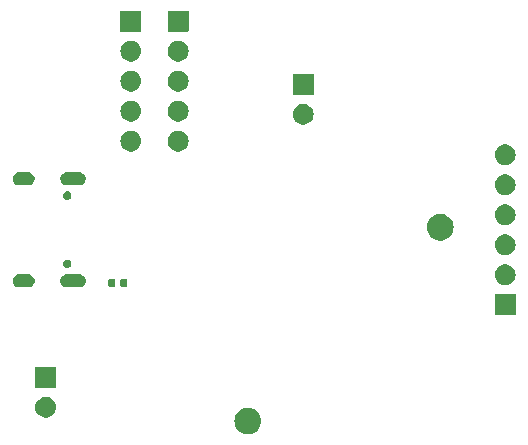
<source format=gbs>
G04 #@! TF.GenerationSoftware,KiCad,Pcbnew,8.0.1*
G04 #@! TF.CreationDate,2024-10-08T21:23:53-04:00*
G04 #@! TF.ProjectId,Digital,44696769-7461-46c2-9e6b-696361645f70,rev?*
G04 #@! TF.SameCoordinates,Original*
G04 #@! TF.FileFunction,Soldermask,Bot*
G04 #@! TF.FilePolarity,Negative*
%FSLAX46Y46*%
G04 Gerber Fmt 4.6, Leading zero omitted, Abs format (unit mm)*
G04 Created by KiCad (PCBNEW 8.0.1) date 2024-10-08 21:23:53*
%MOMM*%
%LPD*%
G01*
G04 APERTURE LIST*
G04 APERTURE END LIST*
G36*
X171211428Y-149105442D02*
G01*
X171407250Y-149181304D01*
X171585798Y-149291856D01*
X171740992Y-149433334D01*
X171867547Y-149600920D01*
X171961153Y-149788907D01*
X172018623Y-149990893D01*
X172038000Y-150200000D01*
X172018623Y-150409107D01*
X171961153Y-150611093D01*
X171867547Y-150799080D01*
X171740992Y-150966666D01*
X171585798Y-151108144D01*
X171407250Y-151218696D01*
X171211428Y-151294558D01*
X171005001Y-151333145D01*
X170794999Y-151333145D01*
X170588572Y-151294558D01*
X170392750Y-151218696D01*
X170214202Y-151108144D01*
X170059008Y-150966666D01*
X169932453Y-150799080D01*
X169838847Y-150611093D01*
X169781377Y-150409107D01*
X169762000Y-150200000D01*
X169781377Y-149990893D01*
X169838847Y-149788907D01*
X169932453Y-149600920D01*
X170059008Y-149433334D01*
X170214202Y-149291856D01*
X170392750Y-149181304D01*
X170588572Y-149105442D01*
X170794999Y-149066855D01*
X171005001Y-149066855D01*
X171211428Y-149105442D01*
G37*
G36*
X154074407Y-148195462D02*
G01*
X154244000Y-148270969D01*
X154394188Y-148380087D01*
X154518407Y-148518047D01*
X154611228Y-148678818D01*
X154668595Y-148855374D01*
X154688000Y-149040000D01*
X154668595Y-149224626D01*
X154611228Y-149401182D01*
X154518407Y-149561953D01*
X154394188Y-149699913D01*
X154244000Y-149809031D01*
X154074407Y-149884538D01*
X153892821Y-149923135D01*
X153707179Y-149923135D01*
X153525593Y-149884538D01*
X153356000Y-149809031D01*
X153205812Y-149699913D01*
X153081593Y-149561953D01*
X152988772Y-149401182D01*
X152931405Y-149224626D01*
X152912000Y-149040000D01*
X152931405Y-148855374D01*
X152988772Y-148678818D01*
X153081593Y-148518047D01*
X153205812Y-148380087D01*
X153356000Y-148270969D01*
X153525593Y-148195462D01*
X153707179Y-148156865D01*
X153892821Y-148156865D01*
X154074407Y-148195462D01*
G37*
G36*
X154664542Y-145614893D02*
G01*
X154676870Y-145623130D01*
X154685107Y-145635458D01*
X154688000Y-145650000D01*
X154688000Y-147350000D01*
X154685107Y-147364542D01*
X154676870Y-147376870D01*
X154664542Y-147385107D01*
X154650000Y-147388000D01*
X152950000Y-147388000D01*
X152935458Y-147385107D01*
X152923130Y-147376870D01*
X152914893Y-147364542D01*
X152912000Y-147350000D01*
X152912000Y-145650000D01*
X152914893Y-145635458D01*
X152923130Y-145623130D01*
X152935458Y-145614893D01*
X152950000Y-145612000D01*
X154650000Y-145612000D01*
X154664542Y-145614893D01*
G37*
G36*
X193564542Y-139464893D02*
G01*
X193576870Y-139473130D01*
X193585107Y-139485458D01*
X193588000Y-139500000D01*
X193588000Y-141200000D01*
X193585107Y-141214542D01*
X193576870Y-141226870D01*
X193564542Y-141235107D01*
X193550000Y-141238000D01*
X191850000Y-141238000D01*
X191835458Y-141235107D01*
X191823130Y-141226870D01*
X191814893Y-141214542D01*
X191812000Y-141200000D01*
X191812000Y-139500000D01*
X191814893Y-139485458D01*
X191823130Y-139473130D01*
X191835458Y-139464893D01*
X191850000Y-139462000D01*
X193550000Y-139462000D01*
X193564542Y-139464893D01*
G37*
G36*
X152395223Y-137786603D02*
G01*
X152530884Y-137822953D01*
X152652514Y-137893176D01*
X152751824Y-137992486D01*
X152822047Y-138114116D01*
X152858397Y-138249777D01*
X152858397Y-138390223D01*
X152822047Y-138525884D01*
X152751824Y-138647514D01*
X152652514Y-138746824D01*
X152530884Y-138817047D01*
X152395223Y-138853397D01*
X151525000Y-138858000D01*
X151454777Y-138853397D01*
X151319116Y-138817047D01*
X151197486Y-138746824D01*
X151098176Y-138647514D01*
X151027953Y-138525884D01*
X150991603Y-138390223D01*
X150991603Y-138249777D01*
X151027953Y-138114116D01*
X151098176Y-137992486D01*
X151197486Y-137893176D01*
X151319116Y-137822953D01*
X151454777Y-137786603D01*
X152325000Y-137782000D01*
X152395223Y-137786603D01*
G37*
G36*
X156725223Y-137786603D02*
G01*
X156860884Y-137822953D01*
X156982514Y-137893176D01*
X157081824Y-137992486D01*
X157152047Y-138114116D01*
X157188397Y-138249777D01*
X157188397Y-138390223D01*
X157152047Y-138525884D01*
X157081824Y-138647514D01*
X156982514Y-138746824D01*
X156860884Y-138817047D01*
X156725223Y-138853397D01*
X155555000Y-138858000D01*
X155484777Y-138853397D01*
X155349116Y-138817047D01*
X155227486Y-138746824D01*
X155128176Y-138647514D01*
X155057953Y-138525884D01*
X155021603Y-138390223D01*
X155021603Y-138249777D01*
X155057953Y-138114116D01*
X155128176Y-137992486D01*
X155227486Y-137893176D01*
X155349116Y-137822953D01*
X155484777Y-137786603D01*
X156655000Y-137782000D01*
X156725223Y-137786603D01*
G37*
G36*
X159591204Y-138155169D02*
G01*
X159647329Y-138192671D01*
X159684831Y-138248796D01*
X159698000Y-138315000D01*
X159698000Y-138685000D01*
X159684831Y-138751204D01*
X159647329Y-138807329D01*
X159591204Y-138844831D01*
X159525000Y-138858000D01*
X159255000Y-138858000D01*
X159188796Y-138844831D01*
X159132671Y-138807329D01*
X159095169Y-138751204D01*
X159082000Y-138685000D01*
X159082000Y-138315000D01*
X159095169Y-138248796D01*
X159132671Y-138192671D01*
X159188796Y-138155169D01*
X159255000Y-138142000D01*
X159525000Y-138142000D01*
X159591204Y-138155169D01*
G37*
G36*
X160611204Y-138155169D02*
G01*
X160667329Y-138192671D01*
X160704831Y-138248796D01*
X160718000Y-138315000D01*
X160718000Y-138685000D01*
X160704831Y-138751204D01*
X160667329Y-138807329D01*
X160611204Y-138844831D01*
X160545000Y-138858000D01*
X160275000Y-138858000D01*
X160208796Y-138844831D01*
X160152671Y-138807329D01*
X160115169Y-138751204D01*
X160102000Y-138685000D01*
X160102000Y-138315000D01*
X160115169Y-138248796D01*
X160152671Y-138192671D01*
X160208796Y-138155169D01*
X160275000Y-138142000D01*
X160545000Y-138142000D01*
X160611204Y-138155169D01*
G37*
G36*
X192974407Y-136965462D02*
G01*
X193144000Y-137040969D01*
X193294188Y-137150087D01*
X193418407Y-137288047D01*
X193511228Y-137448818D01*
X193568595Y-137625374D01*
X193588000Y-137810000D01*
X193568595Y-137994626D01*
X193511228Y-138171182D01*
X193418407Y-138331953D01*
X193294188Y-138469913D01*
X193144000Y-138579031D01*
X192974407Y-138654538D01*
X192792821Y-138693135D01*
X192607179Y-138693135D01*
X192425593Y-138654538D01*
X192256000Y-138579031D01*
X192105812Y-138469913D01*
X191981593Y-138331953D01*
X191888772Y-138171182D01*
X191831405Y-137994626D01*
X191812000Y-137810000D01*
X191831405Y-137625374D01*
X191888772Y-137448818D01*
X191981593Y-137288047D01*
X192105812Y-137150087D01*
X192256000Y-137040969D01*
X192425593Y-136965462D01*
X192607179Y-136926865D01*
X192792821Y-136926865D01*
X192974407Y-136965462D01*
G37*
G36*
X155717173Y-136544766D02*
G01*
X155818366Y-136596327D01*
X155898673Y-136676634D01*
X155950234Y-136777827D01*
X155968000Y-136890000D01*
X155950234Y-137002173D01*
X155898673Y-137103366D01*
X155818366Y-137183673D01*
X155717173Y-137235234D01*
X155605000Y-137253000D01*
X155492827Y-137235234D01*
X155391634Y-137183673D01*
X155311327Y-137103366D01*
X155259766Y-137002173D01*
X155242000Y-136890000D01*
X155259766Y-136777827D01*
X155311327Y-136676634D01*
X155391634Y-136596327D01*
X155492827Y-136544766D01*
X155605000Y-136527000D01*
X155717173Y-136544766D01*
G37*
G36*
X192974407Y-134425462D02*
G01*
X193144000Y-134500969D01*
X193294188Y-134610087D01*
X193418407Y-134748047D01*
X193511228Y-134908818D01*
X193568595Y-135085374D01*
X193588000Y-135270000D01*
X193568595Y-135454626D01*
X193511228Y-135631182D01*
X193418407Y-135791953D01*
X193294188Y-135929913D01*
X193144000Y-136039031D01*
X192974407Y-136114538D01*
X192792821Y-136153135D01*
X192607179Y-136153135D01*
X192425593Y-136114538D01*
X192256000Y-136039031D01*
X192105812Y-135929913D01*
X191981593Y-135791953D01*
X191888772Y-135631182D01*
X191831405Y-135454626D01*
X191812000Y-135270000D01*
X191831405Y-135085374D01*
X191888772Y-134908818D01*
X191981593Y-134748047D01*
X192105812Y-134610087D01*
X192256000Y-134500969D01*
X192425593Y-134425462D01*
X192607179Y-134386865D01*
X192792821Y-134386865D01*
X192974407Y-134425462D01*
G37*
G36*
X187511428Y-132705442D02*
G01*
X187707250Y-132781304D01*
X187885798Y-132891856D01*
X188040992Y-133033334D01*
X188167547Y-133200920D01*
X188261153Y-133388907D01*
X188318623Y-133590893D01*
X188338000Y-133800000D01*
X188318623Y-134009107D01*
X188261153Y-134211093D01*
X188167547Y-134399080D01*
X188040992Y-134566666D01*
X187885798Y-134708144D01*
X187707250Y-134818696D01*
X187511428Y-134894558D01*
X187305001Y-134933145D01*
X187094999Y-134933145D01*
X186888572Y-134894558D01*
X186692750Y-134818696D01*
X186514202Y-134708144D01*
X186359008Y-134566666D01*
X186232453Y-134399080D01*
X186138847Y-134211093D01*
X186081377Y-134009107D01*
X186062000Y-133800000D01*
X186081377Y-133590893D01*
X186138847Y-133388907D01*
X186232453Y-133200920D01*
X186359008Y-133033334D01*
X186514202Y-132891856D01*
X186692750Y-132781304D01*
X186888572Y-132705442D01*
X187094999Y-132666855D01*
X187305001Y-132666855D01*
X187511428Y-132705442D01*
G37*
G36*
X192974407Y-131885462D02*
G01*
X193144000Y-131960969D01*
X193294188Y-132070087D01*
X193418407Y-132208047D01*
X193511228Y-132368818D01*
X193568595Y-132545374D01*
X193588000Y-132730000D01*
X193568595Y-132914626D01*
X193511228Y-133091182D01*
X193418407Y-133251953D01*
X193294188Y-133389913D01*
X193144000Y-133499031D01*
X192974407Y-133574538D01*
X192792821Y-133613135D01*
X192607179Y-133613135D01*
X192425593Y-133574538D01*
X192256000Y-133499031D01*
X192105812Y-133389913D01*
X191981593Y-133251953D01*
X191888772Y-133091182D01*
X191831405Y-132914626D01*
X191812000Y-132730000D01*
X191831405Y-132545374D01*
X191888772Y-132368818D01*
X191981593Y-132208047D01*
X192105812Y-132070087D01*
X192256000Y-131960969D01*
X192425593Y-131885462D01*
X192607179Y-131846865D01*
X192792821Y-131846865D01*
X192974407Y-131885462D01*
G37*
G36*
X155717173Y-130764766D02*
G01*
X155818366Y-130816327D01*
X155898673Y-130896634D01*
X155950234Y-130997827D01*
X155968000Y-131110000D01*
X155950234Y-131222173D01*
X155898673Y-131323366D01*
X155818366Y-131403673D01*
X155717173Y-131455234D01*
X155605000Y-131473000D01*
X155492827Y-131455234D01*
X155391634Y-131403673D01*
X155311327Y-131323366D01*
X155259766Y-131222173D01*
X155242000Y-131110000D01*
X155259766Y-130997827D01*
X155311327Y-130896634D01*
X155391634Y-130816327D01*
X155492827Y-130764766D01*
X155605000Y-130747000D01*
X155717173Y-130764766D01*
G37*
G36*
X192974407Y-129345462D02*
G01*
X193144000Y-129420969D01*
X193294188Y-129530087D01*
X193418407Y-129668047D01*
X193511228Y-129828818D01*
X193568595Y-130005374D01*
X193588000Y-130190000D01*
X193568595Y-130374626D01*
X193511228Y-130551182D01*
X193418407Y-130711953D01*
X193294188Y-130849913D01*
X193144000Y-130959031D01*
X192974407Y-131034538D01*
X192792821Y-131073135D01*
X192607179Y-131073135D01*
X192425593Y-131034538D01*
X192256000Y-130959031D01*
X192105812Y-130849913D01*
X191981593Y-130711953D01*
X191888772Y-130551182D01*
X191831405Y-130374626D01*
X191812000Y-130190000D01*
X191831405Y-130005374D01*
X191888772Y-129828818D01*
X191981593Y-129668047D01*
X192105812Y-129530087D01*
X192256000Y-129420969D01*
X192425593Y-129345462D01*
X192607179Y-129306865D01*
X192792821Y-129306865D01*
X192974407Y-129345462D01*
G37*
G36*
X152395223Y-129146603D02*
G01*
X152530884Y-129182953D01*
X152652514Y-129253176D01*
X152751824Y-129352486D01*
X152822047Y-129474116D01*
X152858397Y-129609777D01*
X152858397Y-129750223D01*
X152822047Y-129885884D01*
X152751824Y-130007514D01*
X152652514Y-130106824D01*
X152530884Y-130177047D01*
X152395223Y-130213397D01*
X151525000Y-130218000D01*
X151454777Y-130213397D01*
X151319116Y-130177047D01*
X151197486Y-130106824D01*
X151098176Y-130007514D01*
X151027953Y-129885884D01*
X150991603Y-129750223D01*
X150991603Y-129609777D01*
X151027953Y-129474116D01*
X151098176Y-129352486D01*
X151197486Y-129253176D01*
X151319116Y-129182953D01*
X151454777Y-129146603D01*
X152325000Y-129142000D01*
X152395223Y-129146603D01*
G37*
G36*
X156725223Y-129146603D02*
G01*
X156860884Y-129182953D01*
X156982514Y-129253176D01*
X157081824Y-129352486D01*
X157152047Y-129474116D01*
X157188397Y-129609777D01*
X157188397Y-129750223D01*
X157152047Y-129885884D01*
X157081824Y-130007514D01*
X156982514Y-130106824D01*
X156860884Y-130177047D01*
X156725223Y-130213397D01*
X155555000Y-130218000D01*
X155484777Y-130213397D01*
X155349116Y-130177047D01*
X155227486Y-130106824D01*
X155128176Y-130007514D01*
X155057953Y-129885884D01*
X155021603Y-129750223D01*
X155021603Y-129609777D01*
X155057953Y-129474116D01*
X155128176Y-129352486D01*
X155227486Y-129253176D01*
X155349116Y-129182953D01*
X155484777Y-129146603D01*
X156655000Y-129142000D01*
X156725223Y-129146603D01*
G37*
G36*
X192974407Y-126805462D02*
G01*
X193144000Y-126880969D01*
X193294188Y-126990087D01*
X193418407Y-127128047D01*
X193511228Y-127288818D01*
X193568595Y-127465374D01*
X193588000Y-127650000D01*
X193568595Y-127834626D01*
X193511228Y-128011182D01*
X193418407Y-128171953D01*
X193294188Y-128309913D01*
X193144000Y-128419031D01*
X192974407Y-128494538D01*
X192792821Y-128533135D01*
X192607179Y-128533135D01*
X192425593Y-128494538D01*
X192256000Y-128419031D01*
X192105812Y-128309913D01*
X191981593Y-128171953D01*
X191888772Y-128011182D01*
X191831405Y-127834626D01*
X191812000Y-127650000D01*
X191831405Y-127465374D01*
X191888772Y-127288818D01*
X191981593Y-127128047D01*
X192105812Y-126990087D01*
X192256000Y-126880969D01*
X192425593Y-126805462D01*
X192607179Y-126766865D01*
X192792821Y-126766865D01*
X192974407Y-126805462D01*
G37*
G36*
X161274407Y-125655462D02*
G01*
X161444000Y-125730969D01*
X161594188Y-125840087D01*
X161718407Y-125978047D01*
X161811228Y-126138818D01*
X161868595Y-126315374D01*
X161888000Y-126500000D01*
X161868595Y-126684626D01*
X161811228Y-126861182D01*
X161718407Y-127021953D01*
X161594188Y-127159913D01*
X161444000Y-127269031D01*
X161274407Y-127344538D01*
X161092821Y-127383135D01*
X160907179Y-127383135D01*
X160725593Y-127344538D01*
X160556000Y-127269031D01*
X160405812Y-127159913D01*
X160281593Y-127021953D01*
X160188772Y-126861182D01*
X160131405Y-126684626D01*
X160112000Y-126500000D01*
X160131405Y-126315374D01*
X160188772Y-126138818D01*
X160281593Y-125978047D01*
X160405812Y-125840087D01*
X160556000Y-125730969D01*
X160725593Y-125655462D01*
X160907179Y-125616865D01*
X161092821Y-125616865D01*
X161274407Y-125655462D01*
G37*
G36*
X165274407Y-125655462D02*
G01*
X165444000Y-125730969D01*
X165594188Y-125840087D01*
X165718407Y-125978047D01*
X165811228Y-126138818D01*
X165868595Y-126315374D01*
X165888000Y-126500000D01*
X165868595Y-126684626D01*
X165811228Y-126861182D01*
X165718407Y-127021953D01*
X165594188Y-127159913D01*
X165444000Y-127269031D01*
X165274407Y-127344538D01*
X165092821Y-127383135D01*
X164907179Y-127383135D01*
X164725593Y-127344538D01*
X164556000Y-127269031D01*
X164405812Y-127159913D01*
X164281593Y-127021953D01*
X164188772Y-126861182D01*
X164131405Y-126684626D01*
X164112000Y-126500000D01*
X164131405Y-126315374D01*
X164188772Y-126138818D01*
X164281593Y-125978047D01*
X164405812Y-125840087D01*
X164556000Y-125730969D01*
X164725593Y-125655462D01*
X164907179Y-125616865D01*
X165092821Y-125616865D01*
X165274407Y-125655462D01*
G37*
G36*
X175874407Y-123395462D02*
G01*
X176044000Y-123470969D01*
X176194188Y-123580087D01*
X176318407Y-123718047D01*
X176411228Y-123878818D01*
X176468595Y-124055374D01*
X176488000Y-124240000D01*
X176468595Y-124424626D01*
X176411228Y-124601182D01*
X176318407Y-124761953D01*
X176194188Y-124899913D01*
X176044000Y-125009031D01*
X175874407Y-125084538D01*
X175692821Y-125123135D01*
X175507179Y-125123135D01*
X175325593Y-125084538D01*
X175156000Y-125009031D01*
X175005812Y-124899913D01*
X174881593Y-124761953D01*
X174788772Y-124601182D01*
X174731405Y-124424626D01*
X174712000Y-124240000D01*
X174731405Y-124055374D01*
X174788772Y-123878818D01*
X174881593Y-123718047D01*
X175005812Y-123580087D01*
X175156000Y-123470969D01*
X175325593Y-123395462D01*
X175507179Y-123356865D01*
X175692821Y-123356865D01*
X175874407Y-123395462D01*
G37*
G36*
X161274407Y-123115462D02*
G01*
X161444000Y-123190969D01*
X161594188Y-123300087D01*
X161718407Y-123438047D01*
X161811228Y-123598818D01*
X161868595Y-123775374D01*
X161888000Y-123960000D01*
X161868595Y-124144626D01*
X161811228Y-124321182D01*
X161718407Y-124481953D01*
X161594188Y-124619913D01*
X161444000Y-124729031D01*
X161274407Y-124804538D01*
X161092821Y-124843135D01*
X160907179Y-124843135D01*
X160725593Y-124804538D01*
X160556000Y-124729031D01*
X160405812Y-124619913D01*
X160281593Y-124481953D01*
X160188772Y-124321182D01*
X160131405Y-124144626D01*
X160112000Y-123960000D01*
X160131405Y-123775374D01*
X160188772Y-123598818D01*
X160281593Y-123438047D01*
X160405812Y-123300087D01*
X160556000Y-123190969D01*
X160725593Y-123115462D01*
X160907179Y-123076865D01*
X161092821Y-123076865D01*
X161274407Y-123115462D01*
G37*
G36*
X165274407Y-123115462D02*
G01*
X165444000Y-123190969D01*
X165594188Y-123300087D01*
X165718407Y-123438047D01*
X165811228Y-123598818D01*
X165868595Y-123775374D01*
X165888000Y-123960000D01*
X165868595Y-124144626D01*
X165811228Y-124321182D01*
X165718407Y-124481953D01*
X165594188Y-124619913D01*
X165444000Y-124729031D01*
X165274407Y-124804538D01*
X165092821Y-124843135D01*
X164907179Y-124843135D01*
X164725593Y-124804538D01*
X164556000Y-124729031D01*
X164405812Y-124619913D01*
X164281593Y-124481953D01*
X164188772Y-124321182D01*
X164131405Y-124144626D01*
X164112000Y-123960000D01*
X164131405Y-123775374D01*
X164188772Y-123598818D01*
X164281593Y-123438047D01*
X164405812Y-123300087D01*
X164556000Y-123190969D01*
X164725593Y-123115462D01*
X164907179Y-123076865D01*
X165092821Y-123076865D01*
X165274407Y-123115462D01*
G37*
G36*
X176464542Y-120814893D02*
G01*
X176476870Y-120823130D01*
X176485107Y-120835458D01*
X176488000Y-120850000D01*
X176488000Y-122550000D01*
X176485107Y-122564542D01*
X176476870Y-122576870D01*
X176464542Y-122585107D01*
X176450000Y-122588000D01*
X174750000Y-122588000D01*
X174735458Y-122585107D01*
X174723130Y-122576870D01*
X174714893Y-122564542D01*
X174712000Y-122550000D01*
X174712000Y-120850000D01*
X174714893Y-120835458D01*
X174723130Y-120823130D01*
X174735458Y-120814893D01*
X174750000Y-120812000D01*
X176450000Y-120812000D01*
X176464542Y-120814893D01*
G37*
G36*
X161274407Y-120575462D02*
G01*
X161444000Y-120650969D01*
X161594188Y-120760087D01*
X161718407Y-120898047D01*
X161811228Y-121058818D01*
X161868595Y-121235374D01*
X161888000Y-121420000D01*
X161868595Y-121604626D01*
X161811228Y-121781182D01*
X161718407Y-121941953D01*
X161594188Y-122079913D01*
X161444000Y-122189031D01*
X161274407Y-122264538D01*
X161092821Y-122303135D01*
X160907179Y-122303135D01*
X160725593Y-122264538D01*
X160556000Y-122189031D01*
X160405812Y-122079913D01*
X160281593Y-121941953D01*
X160188772Y-121781182D01*
X160131405Y-121604626D01*
X160112000Y-121420000D01*
X160131405Y-121235374D01*
X160188772Y-121058818D01*
X160281593Y-120898047D01*
X160405812Y-120760087D01*
X160556000Y-120650969D01*
X160725593Y-120575462D01*
X160907179Y-120536865D01*
X161092821Y-120536865D01*
X161274407Y-120575462D01*
G37*
G36*
X165274407Y-120575462D02*
G01*
X165444000Y-120650969D01*
X165594188Y-120760087D01*
X165718407Y-120898047D01*
X165811228Y-121058818D01*
X165868595Y-121235374D01*
X165888000Y-121420000D01*
X165868595Y-121604626D01*
X165811228Y-121781182D01*
X165718407Y-121941953D01*
X165594188Y-122079913D01*
X165444000Y-122189031D01*
X165274407Y-122264538D01*
X165092821Y-122303135D01*
X164907179Y-122303135D01*
X164725593Y-122264538D01*
X164556000Y-122189031D01*
X164405812Y-122079913D01*
X164281593Y-121941953D01*
X164188772Y-121781182D01*
X164131405Y-121604626D01*
X164112000Y-121420000D01*
X164131405Y-121235374D01*
X164188772Y-121058818D01*
X164281593Y-120898047D01*
X164405812Y-120760087D01*
X164556000Y-120650969D01*
X164725593Y-120575462D01*
X164907179Y-120536865D01*
X165092821Y-120536865D01*
X165274407Y-120575462D01*
G37*
G36*
X161274407Y-118035462D02*
G01*
X161444000Y-118110969D01*
X161594188Y-118220087D01*
X161718407Y-118358047D01*
X161811228Y-118518818D01*
X161868595Y-118695374D01*
X161888000Y-118880000D01*
X161868595Y-119064626D01*
X161811228Y-119241182D01*
X161718407Y-119401953D01*
X161594188Y-119539913D01*
X161444000Y-119649031D01*
X161274407Y-119724538D01*
X161092821Y-119763135D01*
X160907179Y-119763135D01*
X160725593Y-119724538D01*
X160556000Y-119649031D01*
X160405812Y-119539913D01*
X160281593Y-119401953D01*
X160188772Y-119241182D01*
X160131405Y-119064626D01*
X160112000Y-118880000D01*
X160131405Y-118695374D01*
X160188772Y-118518818D01*
X160281593Y-118358047D01*
X160405812Y-118220087D01*
X160556000Y-118110969D01*
X160725593Y-118035462D01*
X160907179Y-117996865D01*
X161092821Y-117996865D01*
X161274407Y-118035462D01*
G37*
G36*
X165274407Y-118035462D02*
G01*
X165444000Y-118110969D01*
X165594188Y-118220087D01*
X165718407Y-118358047D01*
X165811228Y-118518818D01*
X165868595Y-118695374D01*
X165888000Y-118880000D01*
X165868595Y-119064626D01*
X165811228Y-119241182D01*
X165718407Y-119401953D01*
X165594188Y-119539913D01*
X165444000Y-119649031D01*
X165274407Y-119724538D01*
X165092821Y-119763135D01*
X164907179Y-119763135D01*
X164725593Y-119724538D01*
X164556000Y-119649031D01*
X164405812Y-119539913D01*
X164281593Y-119401953D01*
X164188772Y-119241182D01*
X164131405Y-119064626D01*
X164112000Y-118880000D01*
X164131405Y-118695374D01*
X164188772Y-118518818D01*
X164281593Y-118358047D01*
X164405812Y-118220087D01*
X164556000Y-118110969D01*
X164725593Y-118035462D01*
X164907179Y-117996865D01*
X165092821Y-117996865D01*
X165274407Y-118035462D01*
G37*
G36*
X161864542Y-115454893D02*
G01*
X161876870Y-115463130D01*
X161885107Y-115475458D01*
X161888000Y-115490000D01*
X161888000Y-117190000D01*
X161885107Y-117204542D01*
X161876870Y-117216870D01*
X161864542Y-117225107D01*
X161850000Y-117228000D01*
X160150000Y-117228000D01*
X160135458Y-117225107D01*
X160123130Y-117216870D01*
X160114893Y-117204542D01*
X160112000Y-117190000D01*
X160112000Y-115490000D01*
X160114893Y-115475458D01*
X160123130Y-115463130D01*
X160135458Y-115454893D01*
X160150000Y-115452000D01*
X161850000Y-115452000D01*
X161864542Y-115454893D01*
G37*
G36*
X165864542Y-115454893D02*
G01*
X165876870Y-115463130D01*
X165885107Y-115475458D01*
X165888000Y-115490000D01*
X165888000Y-117190000D01*
X165885107Y-117204542D01*
X165876870Y-117216870D01*
X165864542Y-117225107D01*
X165850000Y-117228000D01*
X164150000Y-117228000D01*
X164135458Y-117225107D01*
X164123130Y-117216870D01*
X164114893Y-117204542D01*
X164112000Y-117190000D01*
X164112000Y-115490000D01*
X164114893Y-115475458D01*
X164123130Y-115463130D01*
X164135458Y-115454893D01*
X164150000Y-115452000D01*
X165850000Y-115452000D01*
X165864542Y-115454893D01*
G37*
M02*

</source>
